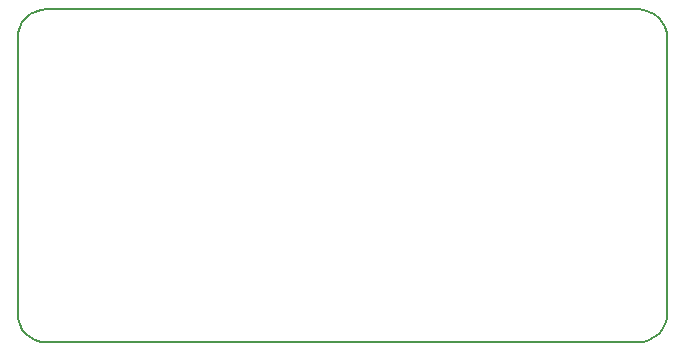
<source format=gbr>
G04 PROTEUS RS274X GERBER FILE*
%FSLAX45Y45*%
%MOMM*%
G01*
%ADD22C,0.203200*%
D22*
X+0Y+150000D02*
X+0Y+2470000D01*
X+250000Y+2720000D02*
X+5250000Y+2720000D01*
X+5500000Y+2470000D02*
X+5500000Y+150000D01*
X+5250000Y-100000D02*
X+250000Y-100000D01*
X+0Y+2470000D02*
X+4974Y+2521117D01*
X+19287Y+2568389D01*
X+42023Y+2610900D01*
X+72266Y+2647734D01*
X+109100Y+2677977D01*
X+151611Y+2700713D01*
X+198883Y+2715026D01*
X+250000Y+2720000D01*
X+0Y+150000D02*
X+4974Y+98883D01*
X+19287Y+51611D01*
X+42023Y+9100D01*
X+72266Y-27734D01*
X+109100Y-57977D01*
X+151611Y-80713D01*
X+198883Y-95026D01*
X+250000Y-100000D01*
X+5250000Y-100000D02*
X+5301117Y-95026D01*
X+5348389Y-80713D01*
X+5390900Y-57977D01*
X+5427734Y-27734D01*
X+5457977Y+9100D01*
X+5480713Y+51611D01*
X+5495026Y+98883D01*
X+5500000Y+150000D01*
X+5500000Y+2470000D02*
X+5495026Y+2521117D01*
X+5480713Y+2568389D01*
X+5457977Y+2610900D01*
X+5427734Y+2647734D01*
X+5390900Y+2677977D01*
X+5348389Y+2700713D01*
X+5301117Y+2715026D01*
X+5250000Y+2720000D01*
M02*

</source>
